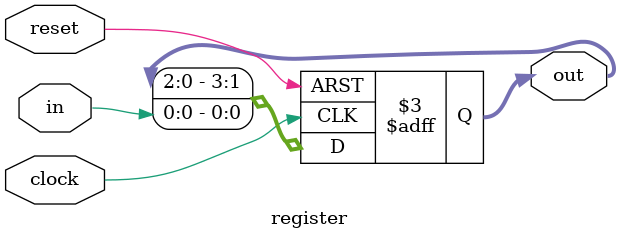
<source format=v>
module register(in,clock,reset,out);

parameter SIZE = 4;

input in,clock,reset;
output reg [SIZE-1:0]out;


always @(posedge clock or negedge reset)
begin

	if(!reset)
		out = 1'b0;
	else
	begin
		out = {out[SIZE-2:0], in};
	end

end

endmodule

</source>
